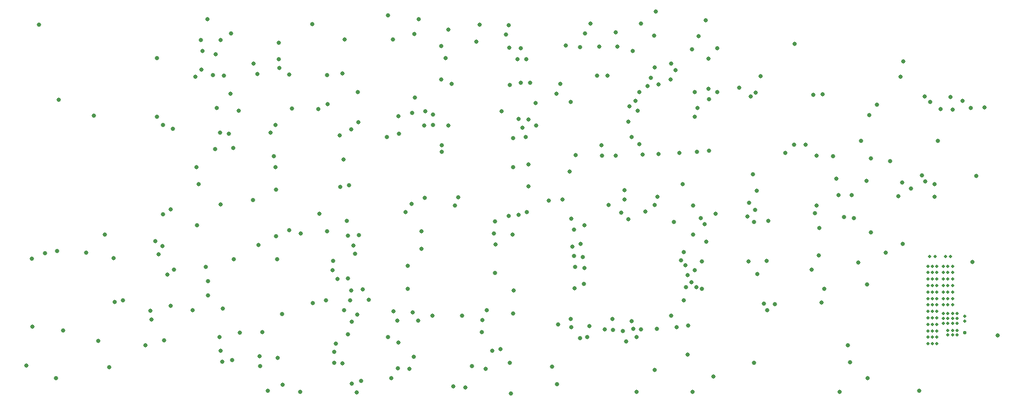
<source format=gbr>
%TF.GenerationSoftware,Altium Limited,Altium Designer,25.7.1 (20)*%
G04 Layer_Color=16711935*
%FSLAX45Y45*%
%MOMM*%
%TF.SameCoordinates,D8C98939-B5AC-4A14-9F93-74B2487226E3*%
%TF.FilePolarity,Negative*%
%TF.FileFunction,Soldermask,Bot*%
%TF.Part,Single*%
G01*
G75*
%TA.AperFunction,ViaPad*%
%ADD119C,0.50000*%
%ADD217C,0.63000*%
%ADD218C,0.58000*%
D119*
X16554999Y3305002D02*
D03*
Y3405002D02*
D03*
X16625002D02*
D03*
Y3505002D02*
D03*
X16554999D02*
D03*
Y3605002D02*
D03*
X16625002D02*
D03*
Y3305002D02*
D03*
X16694998D02*
D03*
Y3605002D02*
D03*
Y3405002D02*
D03*
Y3505002D02*
D03*
X17005000Y3617498D02*
D03*
X16794998D02*
D03*
Y3694999D02*
D03*
X16934998Y3617498D02*
D03*
X16865001D02*
D03*
X17123000Y3654999D02*
D03*
X16554999Y3905001D02*
D03*
Y3705001D02*
D03*
Y3805001D02*
D03*
Y4105001D02*
D03*
Y4205000D02*
D03*
Y4005001D02*
D03*
X16625002Y4305000D02*
D03*
Y3805001D02*
D03*
Y3905001D02*
D03*
Y3705001D02*
D03*
X16694998Y3905001D02*
D03*
X16625002Y4105001D02*
D03*
Y4205000D02*
D03*
Y4005001D02*
D03*
X16694998Y4205000D02*
D03*
X16554999Y4405000D02*
D03*
Y4505000D02*
D03*
Y4305000D02*
D03*
X16625002Y4405000D02*
D03*
Y4505000D02*
D03*
X16665001Y4650999D02*
D03*
X16585001D02*
D03*
X16694998Y4005001D02*
D03*
Y3705001D02*
D03*
Y3805001D02*
D03*
Y4405000D02*
D03*
Y4105001D02*
D03*
X16934998Y3694999D02*
D03*
X16865001D02*
D03*
X17005000D02*
D03*
X17123000Y3734999D02*
D03*
X16865001Y3772499D02*
D03*
X16794998D02*
D03*
X17005000D02*
D03*
X16934998D02*
D03*
X16694998Y4305000D02*
D03*
Y4505000D02*
D03*
X17005000Y3439998D02*
D03*
X16865001D02*
D03*
X16934998D02*
D03*
X17005000Y3510001D02*
D03*
X16865001D02*
D03*
X16934998D02*
D03*
X16794998Y4005001D02*
D03*
Y3905001D02*
D03*
Y4105001D02*
D03*
Y4205000D02*
D03*
X16934998Y3905001D02*
D03*
X16865001D02*
D03*
Y4005001D02*
D03*
Y4105001D02*
D03*
Y4205000D02*
D03*
X16934998Y4005001D02*
D03*
Y4205000D02*
D03*
Y4105001D02*
D03*
X16794998Y4305000D02*
D03*
X16865001D02*
D03*
X16794998Y4405000D02*
D03*
X16865001D02*
D03*
X16794998Y4505000D02*
D03*
X16865001D02*
D03*
X16825002Y4650999D02*
D03*
X16934998Y4305000D02*
D03*
Y4405000D02*
D03*
Y4505000D02*
D03*
X16905000Y4650999D02*
D03*
D217*
X4012500Y3947500D02*
D03*
X4139448Y3972500D02*
D03*
X2742500Y3570000D02*
D03*
X2935000Y4705000D02*
D03*
X2735000Y4617500D02*
D03*
X3995000Y4625000D02*
D03*
X3120000Y4740000D02*
D03*
X3685000Y6832500D02*
D03*
X3147500Y7075000D02*
D03*
X7762500Y7190000D02*
D03*
X16707500Y6440000D02*
D03*
X8792500Y5557500D02*
D03*
X8592500Y5465000D02*
D03*
X9057500Y6275000D02*
D03*
X9155000Y6675000D02*
D03*
X12400000Y7312500D02*
D03*
X5442500Y8320000D02*
D03*
X14497501Y7940000D02*
D03*
X13975000Y7437500D02*
D03*
X16180000Y7670000D02*
D03*
X16900000Y7120000D02*
D03*
X16510001Y7125000D02*
D03*
X16589999Y7042500D02*
D03*
X12360593Y8439997D02*
D03*
X5557500Y6312500D02*
D03*
X5349999Y7541950D02*
D03*
X5792500Y7170000D02*
D03*
X5690610Y7450308D02*
D03*
X5252500Y7432500D02*
D03*
X5525000Y7455000D02*
D03*
X6287500Y3487500D02*
D03*
X5940000Y3477500D02*
D03*
X5675000Y3850000D02*
D03*
X7167500Y5315000D02*
D03*
X6461645Y6206645D02*
D03*
X6490202Y6035000D02*
D03*
X6145000Y5527500D02*
D03*
X5645000Y5457500D02*
D03*
X3855000Y4992500D02*
D03*
X3573052Y4710000D02*
D03*
X12130000Y3530000D02*
D03*
X12060000Y3412500D02*
D03*
X12010042Y3532500D02*
D03*
X11981649Y3650851D02*
D03*
X12812500Y4520000D02*
D03*
X16750806Y6933306D02*
D03*
X15677499Y5022500D02*
D03*
X15650000Y6839448D02*
D03*
X9055000Y6370000D02*
D03*
X8803138Y6899493D02*
D03*
X8919412Y6846587D02*
D03*
X8922500Y6685000D02*
D03*
X11335000Y3582500D02*
D03*
X11295000Y3410000D02*
D03*
X11695594Y3515268D02*
D03*
X13922501Y4385000D02*
D03*
X14025000Y3922500D02*
D03*
X12377500Y3537500D02*
D03*
X12597500Y3737500D02*
D03*
X12922499Y2562500D02*
D03*
X12057500D02*
D03*
X10830000Y2677500D02*
D03*
X9420001Y2627498D02*
D03*
X9232500Y2645000D02*
D03*
X10125000Y2540000D02*
D03*
X10850000Y3607500D02*
D03*
X12857500Y3587500D02*
D03*
X12680000Y3562500D02*
D03*
X11567500Y3525000D02*
D03*
X11850441Y3503493D02*
D03*
X11047500Y3690000D02*
D03*
X17214999Y6950000D02*
D03*
X17087500Y7062500D02*
D03*
X17432500Y6955000D02*
D03*
X12957500Y4440000D02*
D03*
X12820187Y4177687D02*
D03*
X12852499Y4365000D02*
D03*
X12904004Y4256504D02*
D03*
X11115000Y4492500D02*
D03*
X13875000Y3012500D02*
D03*
X16464999Y5906948D02*
D03*
X15263290Y5267274D02*
D03*
X14095593Y5202768D02*
D03*
X12985001Y4177500D02*
D03*
X14810098Y5323240D02*
D03*
X14882500Y5097500D02*
D03*
X16162691Y5794809D02*
D03*
X15976640Y6123849D02*
D03*
X13067500Y4573498D02*
D03*
X15525000Y6440000D02*
D03*
X15680000Y6165552D02*
D03*
X13792500Y4575000D02*
D03*
X14065001Y4582500D02*
D03*
X14762500Y4452500D02*
D03*
X15907500Y4712500D02*
D03*
X12747500Y4592500D02*
D03*
X13132500Y4885000D02*
D03*
X16170000Y4845000D02*
D03*
X16662500Y5775000D02*
D03*
X16660001Y5572500D02*
D03*
X16102499Y5587500D02*
D03*
X17302499Y5902500D02*
D03*
X14835002Y5439999D02*
D03*
X13875000Y5185000D02*
D03*
X13887502Y5377500D02*
D03*
X13775000Y5275000D02*
D03*
X12195000Y5350000D02*
D03*
X10915000Y5535000D02*
D03*
X11875000Y5537500D02*
D03*
X11820000Y5332500D02*
D03*
X10707500Y5515000D02*
D03*
X11985000Y6500002D02*
D03*
X12100000Y6390000D02*
D03*
X11052500Y5237500D02*
D03*
X15382500Y5600000D02*
D03*
X15414999Y5245000D02*
D03*
X15095003Y6202502D02*
D03*
X12992500Y6274622D02*
D03*
X13902499Y7185000D02*
D03*
X15767500Y6997500D02*
D03*
X12935001Y5437500D02*
D03*
Y4990000D02*
D03*
X13050000Y5249956D02*
D03*
X13174965Y6290000D02*
D03*
X11269109Y8100731D02*
D03*
X10275000Y7337500D02*
D03*
X16137500Y7432500D02*
D03*
X5837499Y6329319D02*
D03*
X6415000Y6565000D02*
D03*
X7837500Y4147500D02*
D03*
X7810002Y2735001D02*
D03*
X7927503Y3985001D02*
D03*
X5635000Y6565001D02*
D03*
X7057502Y8239999D02*
D03*
X13020726Y8053227D02*
D03*
X14872504Y4667499D02*
D03*
X16517500Y5812500D02*
D03*
X13307503Y7872501D02*
D03*
X5362500Y7827500D02*
D03*
X8227500Y8375000D02*
D03*
X16939999Y6925000D02*
D03*
X8700000Y8317500D02*
D03*
X13130002Y8302498D02*
D03*
X7537500Y6152500D02*
D03*
X7765444Y6724556D02*
D03*
X7297501Y7009638D02*
D03*
X5805002Y8097500D02*
D03*
X7284999Y7457501D02*
D03*
X14932503Y7162500D02*
D03*
X6494998Y5687502D02*
D03*
X5587500Y6947500D02*
D03*
X4907500Y6627500D02*
D03*
X9982500Y6895000D02*
D03*
X7592500Y5205000D02*
D03*
X8739998Y4775002D02*
D03*
X6882500Y5012539D02*
D03*
X7282500Y5045000D02*
D03*
X4657286Y7718681D02*
D03*
X14785001Y7152498D02*
D03*
X13168219Y7712502D02*
D03*
X12914772Y7854772D02*
D03*
X13172501Y7247500D02*
D03*
X14487500Y6385000D02*
D03*
X13002499Y6945000D02*
D03*
X12962500Y7197500D02*
D03*
X15139999Y5859998D02*
D03*
X14352499Y6257498D02*
D03*
X13852499Y5927500D02*
D03*
X12127500Y8252500D02*
D03*
X12337501Y7575001D02*
D03*
X12040000Y7057500D02*
D03*
X11615000Y7450000D02*
D03*
X11454999Y7447498D02*
D03*
X12717501Y6254999D02*
D03*
X12149999Y6227501D02*
D03*
X12635000Y5190000D02*
D03*
X11742941Y6210000D02*
D03*
X17245000Y4567499D02*
D03*
X17632503Y3435000D02*
D03*
X15617500Y4222500D02*
D03*
X15320000Y3282500D02*
D03*
X16425002Y2582499D02*
D03*
X14957500Y4157500D02*
D03*
X12790140Y4724859D02*
D03*
X13070000Y4157500D02*
D03*
X12847498Y3139999D02*
D03*
X9637500Y8232500D02*
D03*
X10500977Y7026522D02*
D03*
X10237500Y6775000D02*
D03*
X8300000Y8002500D02*
D03*
X8395000Y6550000D02*
D03*
X7660000Y6619112D02*
D03*
X8205593Y6498093D02*
D03*
X7622500Y5757500D02*
D03*
X6542502Y7700000D02*
D03*
X5639999Y7994995D02*
D03*
X7520000Y7485000D02*
D03*
X6747500Y6942501D02*
D03*
X7152498Y6929999D02*
D03*
X5925000Y6907500D02*
D03*
X4657498Y6809545D02*
D03*
X5767500Y6552500D02*
D03*
X10367500Y5340000D02*
D03*
X9685000Y3672500D02*
D03*
X8367502Y3659998D02*
D03*
X7604999Y3454999D02*
D03*
X8559998Y2917500D02*
D03*
X8377499Y2924998D02*
D03*
X7670000Y2687500D02*
D03*
X6705000Y5062500D02*
D03*
X7369470Y4442501D02*
D03*
X4824999Y4372498D02*
D03*
X4872500Y3890000D02*
D03*
X4580000Y3677500D02*
D03*
X4481876Y3283125D02*
D03*
X3757500Y3347504D02*
D03*
X6250000Y2959999D02*
D03*
X5822500Y3055000D02*
D03*
X3102498Y2772501D02*
D03*
X14194998Y3914999D02*
D03*
X15482500Y4560000D02*
D03*
X12342500Y5447500D02*
D03*
X11187500Y3390000D02*
D03*
X11057499Y3565002D02*
D03*
X11255000Y4476232D02*
D03*
X11932002Y5232500D02*
D03*
X11527500Y6210000D02*
D03*
X11520000Y6375000D02*
D03*
X8600140Y6870141D02*
D03*
X8907500Y3737500D02*
D03*
X6602500Y2675000D02*
D03*
X7560000Y8004717D02*
D03*
X7486655Y5730785D02*
D03*
X7719493Y4694847D02*
D03*
X5335001Y7994995D02*
D03*
X7605997Y4973497D02*
D03*
X9585000Y7970000D02*
D03*
X4562500Y3815000D02*
D03*
X3210000Y3515000D02*
D03*
X6502500Y4970002D02*
D03*
X5277500Y5140000D02*
D03*
X8642500Y7107500D02*
D03*
X9117500Y7715000D02*
D03*
X11352500Y8255000D02*
D03*
X8745000Y5047500D02*
D03*
X9880000Y4400000D02*
D03*
X9882500Y4840000D02*
D03*
X10165000Y4127500D02*
D03*
X12787500Y3975000D02*
D03*
X10277500Y7872500D02*
D03*
X13799998Y5487502D02*
D03*
X15625000Y2770000D02*
D03*
X15190002Y2564999D02*
D03*
X15352502Y3022498D02*
D03*
X12285000Y7415000D02*
D03*
X9520000Y2962500D02*
D03*
X11105000Y4162500D02*
D03*
X11092500Y4660000D02*
D03*
X11227500Y4642500D02*
D03*
X11250000Y4232500D02*
D03*
X11042500Y7037500D02*
D03*
X10420000Y7335000D02*
D03*
X10510000Y6680000D02*
D03*
X10392500Y6767500D02*
D03*
X13180000Y7082500D02*
D03*
X12590000Y7392500D02*
D03*
X11999999Y7824700D02*
D03*
X12330000Y8064997D02*
D03*
X10967500Y7917500D02*
D03*
X11950000Y6970000D02*
D03*
X11937500Y6737500D02*
D03*
X11122500Y6222500D02*
D03*
X10352500Y6500000D02*
D03*
X10152500Y6482500D02*
D03*
X10392500Y6080000D02*
D03*
X10160000Y6037500D02*
D03*
X10300000Y6645000D02*
D03*
X7525000Y3000000D02*
D03*
X5267500Y6032500D02*
D03*
X3922500Y2947500D02*
D03*
X5640000Y3200000D02*
D03*
X5672500Y3025000D02*
D03*
X7397500Y3007500D02*
D03*
X8625000Y3105000D02*
D03*
X8607500Y3790000D02*
D03*
X7272500Y3977500D02*
D03*
X6512500Y4607500D02*
D03*
X7480000Y6527500D02*
D03*
X9047501Y7902500D02*
D03*
X11630000Y5452500D02*
D03*
X10105000Y7307500D02*
D03*
X9160000Y8155000D02*
D03*
X8390000Y6820000D02*
D03*
X9207500Y7317500D02*
D03*
X8630000Y8092500D02*
D03*
X9962500Y3220000D02*
D03*
X7397500Y3180000D02*
D03*
X6245000Y3112500D02*
D03*
X5845000Y4615000D02*
D03*
X4755000Y6690000D02*
D03*
X4775000Y3355000D02*
D03*
X10157500Y3770000D02*
D03*
X14835001Y6207500D02*
D03*
X11902603Y3342011D02*
D03*
X12339807Y2904807D02*
D03*
X11692500Y3690000D02*
D03*
X12962500Y6810000D02*
D03*
X9372500Y3742500D02*
D03*
X6375000Y2577500D02*
D03*
X7447500Y4310000D02*
D03*
X7645000Y3975000D02*
D03*
X7745000Y2557500D02*
D03*
X10095000Y7882500D02*
D03*
X11767500Y7897500D02*
D03*
X10825000Y7170000D02*
D03*
X10882500Y7320000D02*
D03*
X14914999Y3942500D02*
D03*
X10755000Y2952500D02*
D03*
X13242500Y2802500D02*
D03*
X11100000Y5065000D02*
D03*
X10090000Y8230000D02*
D03*
X10227500Y7702500D02*
D03*
X10047500Y8082500D02*
D03*
X6545000Y7955000D02*
D03*
X5450000Y4055000D02*
D03*
X6527500Y3087500D02*
D03*
X6870000Y2565000D02*
D03*
X7690000Y4820000D02*
D03*
X7777500Y4980000D02*
D03*
X7380000Y4585000D02*
D03*
X7662500Y4125000D02*
D03*
X7607500Y4315000D02*
D03*
X8533089Y4155592D02*
D03*
X10240000Y5295000D02*
D03*
X9837500Y3200000D02*
D03*
X9670000Y3487501D02*
D03*
X7065000Y3932500D02*
D03*
X4690000Y4687500D02*
D03*
X4747500Y4812500D02*
D03*
X4635000Y4890000D02*
D03*
X4927500Y4452500D02*
D03*
X6207500Y7475000D02*
D03*
X6550000Y7564999D02*
D03*
X6155000Y7635000D02*
D03*
X2647498Y2967502D02*
D03*
X5630291Y3407212D02*
D03*
X15175002Y5602498D02*
D03*
X12075003Y6909999D02*
D03*
X12100001Y7189998D02*
D03*
X12660000Y7529998D02*
D03*
X13822502Y7129998D02*
D03*
X13645003Y7262500D02*
D03*
X13302498Y7197501D02*
D03*
X16297501Y5707500D02*
D03*
X9050000Y7389998D02*
D03*
X6230000Y4827499D02*
D03*
X7552502Y3819997D02*
D03*
X5415001Y4492498D02*
D03*
X14672501Y6380000D02*
D03*
X15605000Y5825000D02*
D03*
X12380000Y5580000D02*
D03*
X11872500Y5680000D02*
D03*
X10362500Y7700000D02*
D03*
X11192500Y7888484D02*
D03*
X11487500Y7892500D02*
D03*
X12775001Y5775000D02*
D03*
X8787500Y6677500D02*
D03*
X11737500Y8112500D02*
D03*
X5452500Y4270000D02*
D03*
X9262501Y5439999D02*
D03*
X6487500Y6687500D02*
D03*
X5302499Y5767502D02*
D03*
X10146248Y4995001D02*
D03*
X9857501Y5012502D02*
D03*
X9312499Y5570002D02*
D03*
X4872502Y5382499D02*
D03*
X8307502Y3810000D02*
D03*
X7747498Y3752499D02*
D03*
X4757501Y5307503D02*
D03*
X2842499Y8232501D02*
D03*
X11067501Y4807499D02*
D03*
X11197499Y4847499D02*
D03*
X12595001Y7637501D02*
D03*
X8384809Y3322691D02*
D03*
X8227502Y3407501D02*
D03*
X7667498Y3642502D02*
D03*
X10087498Y5280000D02*
D03*
X10395001Y5739999D02*
D03*
X12227499Y7287499D02*
D03*
X10107498Y3012501D02*
D03*
X13916441Y5673943D02*
D03*
X6594998Y3762502D02*
D03*
X5567502Y7777500D02*
D03*
X14072499Y3825001D02*
D03*
X11257498Y5135001D02*
D03*
X8492500Y5342499D02*
D03*
X9875591Y5193091D02*
D03*
X8527501Y4507499D02*
D03*
X13279999Y5312501D02*
D03*
X13114999Y5157500D02*
D03*
X12397501Y6239998D02*
D03*
X11031220Y5967501D02*
D03*
X9747499Y3825001D02*
D03*
X7425003Y3307503D02*
D03*
X8687501Y3659998D02*
D03*
X9729998Y2917500D02*
D03*
X8277499Y2775001D02*
D03*
X6700002Y7467498D02*
D03*
X5212502Y3820003D02*
D03*
D218*
X17123000Y3474999D02*
D03*
%TF.MD5,15a2b1370e6f2d339e2235ce377c2c06*%
M02*

</source>
